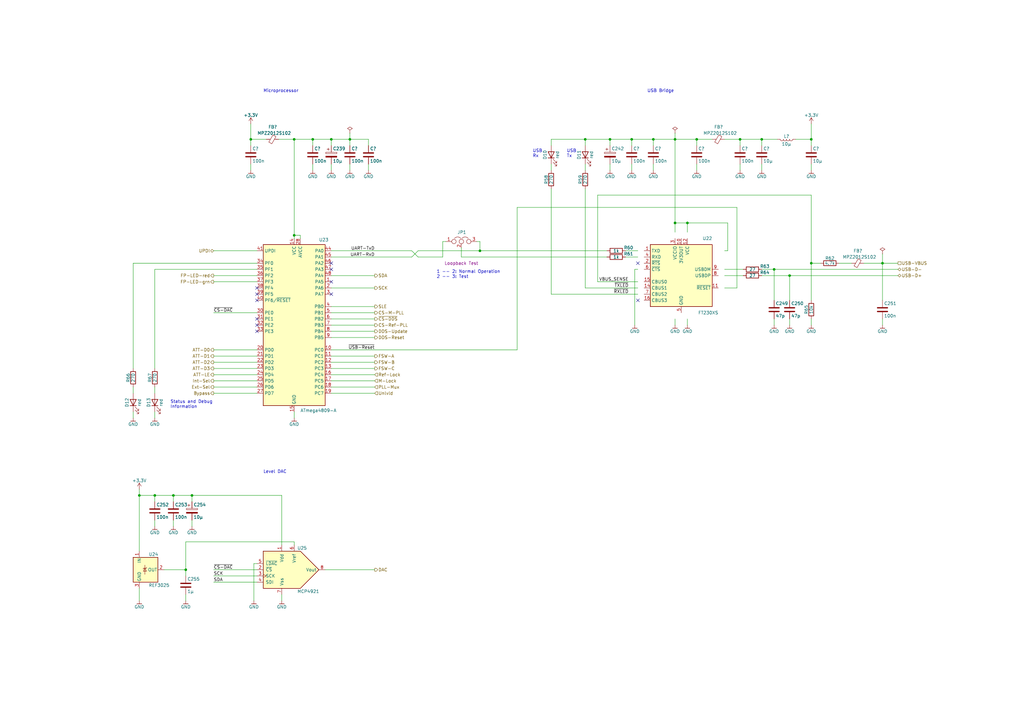
<source format=kicad_sch>
(kicad_sch (version 20250114) (generator "eeschema") (generator_version "9.0")
  (paper "A3")
  (title_block (title "Hauptplatine") (date "16.07.2020") (rev "0") (comment 1 "Hel") (comment 3 "Signalgenerator"))
  (lib_symbols
    (symbol "Analog_DAC:MCP4921" (pin_names (offset 1.016))
      (property "Reference" "U" (at 6.35 10.795 0))
      (property "Value" "MCP4921" (at 6.35 8.89 0))
      (symbol "MCP4921_0_0"
        (polyline (pts (xy 15.24 0) (xy 7.62 7.62) (xy -7.62 7.62) (xy -7.62 -7.62) (xy 7.62 -7.62) (xy 15.24 0)) (stroke (width 0.254)) (fill (type background)))
      )
      (symbol "MCP4921_1_1"
        (pin input line (at -10.16 2.54 0) (length 2.54) (name "~{LDAC}") (number "5"))
        (pin input line (at -10.16 0 0) (length 2.54) (name "~{CS}") (number "2"))
        (pin input clock (at -10.16 -2.54 0) (length 2.54) (name "SCK") (number "3"))
        (pin input line (at -10.16 -5.08 0) (length 2.54) (name "SDI") (number "4"))
        (pin power_in line (at 0 10.16 270) (length 2.54) (name "Vdd") (number "1"))
        (pin power_in line (at 0 -10.16 90) (length 2.54) (name "Vss") (number "7"))
        (pin power_in line (at 5.08 10.16 270) (length 2.54) (name "Vref") (number "6"))
        (pin output line (at 17.78 0 180) (length 2.54) (name "Vout") (number "8"))
      )
    )
    (symbol "Device:C" (pin_numbers (hide yes)) (pin_names (offset 0.254))
      (property "Reference" "C" (at 0.635 2.54 0))
      (property "Value" "C" (at 0.635 -2.54 0))
      (symbol "C_0_1"
        (polyline (pts (xy -2.032 0.762) (xy 2.032 0.762)) (stroke (width 0.508)))
        (polyline (pts (xy -2.032 -0.762) (xy 2.032 -0.762)) (stroke (width 0.508)))
      )
      (symbol "C_1_1"
        (pin passive line (at 0 3.81 270) (length 2.794) (name "~") (number "1"))
        (pin passive line (at 0 -3.81 90) (length 2.794) (name "~") (number "2"))
      )
    )
    (symbol "Device:CP" (pin_numbers (hide yes)) (pin_names (offset 0.254))
      (property "Reference" "C" (at 0.635 2.54 0))
      (property "Value" "Device_CP" (at 0.635 -2.54 0))
      (symbol "CP_0_1"
        (rectangle (start -2.286 0.508) (end 2.286 1.016))
        (polyline (pts (xy -1.778 2.286) (xy -0.762 2.286)))
        (polyline (pts (xy -1.27 2.794) (xy -1.27 1.778)))
        (rectangle (start 2.286 -0.508) (end -2.286 -1.016) (fill (type outline)))
      )
      (symbol "CP_1_1"
        (pin passive line (at 0 3.81 270) (length 2.794) (name "~") (number "1"))
        (pin passive line (at 0 -3.81 90) (length 2.794) (name "~") (number "2"))
      )
    )
    (symbol "Device:Ferrite_Bead_Small" (pin_numbers (hide yes)) (pin_names (offset 0))
      (property "Reference" "FB" (at 1.905 1.27 0))
      (property "Value" "Device_Ferrite_Bead_Small" (at 1.905 -1.27 0))
      (symbol "Ferrite_Bead_Small_0_1"
        (polyline (pts (xy -1.8288 0.2794) (xy -1.1176 1.4986) (xy 1.8288 -0.2032) (xy 1.1176 -1.4224) (xy -1.8288 0.2794)))
        (polyline (pts (xy 0 0.889) (xy 0 1.2954)))
        (polyline (pts (xy 0 -1.27) (xy 0 -0.7874)))
      )
      (symbol "Ferrite_Bead_Small_1_1"
        (pin passive line (at 0 2.54 270) (length 1.27) (name "~") (number "1"))
        (pin passive line (at 0 -2.54 90) (length 1.27) (name "~") (number "2"))
      )
    )
    (symbol "Device:Jumper_NC_Dual" (pin_names (offset 0.762) (hide yes))
      (property "Reference" "JP" (at 1.27 -2.54 0))
      (property "Value" "Device_Jumper_NC_Dual" (at 0 2.54 0))
      (symbol "Jumper_NC_Dual_0_1"
        (circle (center -3.048 0) (radius 0.889))
        (arc (start -2.794 1.27) (mid -1.524 1.8804) (end -0.254 1.27))
        (circle (center 0 0) (radius 0.9144))
        (arc (start 0.254 1.27) (mid 1.524 1.8804) (end 2.794 1.27))
        (circle (center 3.048 0) (radius 0.889))
        (pin passive line (at -6.35 0 0) (length 2.413) (name "1") (number "1"))
        (pin passive line (at 0 -2.54 90) (length 1.524) (name "2") (number "2"))
        (pin passive line (at 6.35 0 180) (length 2.413) (name "3") (number "3"))
      )
    )
    (symbol "Device:L" (pin_numbers (hide yes)) (pin_names (offset 1.016) (hide yes))
      (property "Reference" "L" (at -1.27 0 90))
      (property "Value" "L" (at 1.905 0 90))
      (symbol "L_0_1"
        (arc (start 0 2.54) (mid 0.6323 1.905) (end 0 1.27))
        (arc (start 0 1.27) (mid 0.6323 0.635) (end 0 0))
        (arc (start 0 0) (mid 0.6323 -0.635) (end 0 -1.27))
        (arc (start 0 -1.27) (mid 0.6323 -1.905) (end 0 -2.54))
      )
      (symbol "L_1_1"
        (pin passive line (at 0 3.81 270) (length 1.27) (name "1") (number "1"))
        (pin passive line (at 0 -3.81 90) (length 1.27) (name "2") (number "2"))
      )
    )
    (symbol "Device:LED" (pin_numbers (hide yes)) (pin_names (offset 1.016) (hide yes))
      (property "Reference" "D" (at 0 2.54 0))
      (property "Value" "LED" (at 0 -2.54 0))
      (symbol "LED_0_1"
        (polyline (pts (xy -3.048 -0.762) (xy -4.572 -2.286) (xy -3.81 -2.286) (xy -4.572 -2.286) (xy -4.572 -1.524)))
        (polyline (pts (xy -1.778 -0.762) (xy -3.302 -2.286) (xy -2.54 -2.286) (xy -3.302 -2.286) (xy -3.302 -1.524)))
        (polyline (pts (xy -1.27 0) (xy 1.27 0)))
        (polyline (pts (xy -1.27 -1.27) (xy -1.27 1.27)) (stroke (width 0.254)))
        (polyline (pts (xy 1.27 -1.27) (xy 1.27 1.27) (xy -1.27 0) (xy 1.27 -1.27)) (stroke (width 0.254)))
      )
      (symbol "LED_1_1"
        (pin passive line (at -3.81 0 0) (length 2.54) (name "K") (number "1"))
        (pin passive line (at 3.81 0 180) (length 2.54) (name "A") (number "2"))
      )
    )
    (symbol "Device:R" (pin_numbers (hide yes)) (pin_names (offset 0))
      (property "Reference" "R" (at 2.032 0 90))
      (property "Value" "R" (at 0 0 90))
      (symbol "R_0_1"
        (rectangle (start -1.016 -2.54) (end 1.016 2.54) (stroke (width 0.254)))
      )
      (symbol "R_1_1"
        (pin passive line (at 0 3.81 270) (length 1.27) (name "~") (number "1"))
        (pin passive line (at 0 -3.81 90) (length 1.27) (name "~") (number "2"))
      )
    )
    (symbol "Interface_USB:FT230XS"
      (property "Reference" "U" (at -12.7 13.97 0))
      (property "Value" "FT230XS" (at 5.08 13.97 0))
      (symbol "FT230XS_0_1"
        (rectangle (start -12.7 12.7) (end 12.7 -12.7) (stroke (width 0.254)) (fill (type background)))
      )
      (symbol "FT230XS_1_1"
        (pin bidirectional line (at -15.24 2.54 0) (length 2.54) (name "USBDM") (number "9"))
        (pin bidirectional line (at -15.24 0 0) (length 2.54) (name "USBDP") (number "8"))
        (pin input line (at -15.24 -5.08 0) (length 2.54) (name "~{RESET}") (number "11"))
        (pin power_in line (at -2.54 15.24 270) (length 2.54) (name "VCC") (number "12"))
        (pin power_out line (at 0 15.24 270) (length 2.54) (name "3V3OUT") (number "10"))
        (pin passive line (at 0 -15.24 90) (length 2.54) (hide yes) (name "GND") (number "13"))
        (pin power_in line (at 0 -15.24 90) (length 2.54) (name "GND") (number "5"))
        (pin power_in line (at 2.54 15.24 270) (length 2.54) (name "VCCIO") (number "3"))
        (pin output line (at 15.24 10.16 180) (length 2.54) (name "TXD") (number "1"))
        (pin input line (at 15.24 7.62 180) (length 2.54) (name "RXD") (number "4"))
        (pin output line (at 15.24 5.08 180) (length 2.54) (name "~{RTS}") (number "2"))
        (pin input line (at 15.24 2.54 180) (length 2.54) (name "~{CTS}") (number "6"))
        (pin bidirectional line (at 15.24 -2.54 180) (length 2.54) (name "CBUS0") (number "15"))
        (pin bidirectional line (at 15.24 -5.08 180) (length 2.54) (name "CBUS1") (number "14"))
        (pin bidirectional line (at 15.24 -7.62 180) (length 2.54) (name "CBUS2") (number "7"))
        (pin bidirectional line (at 15.24 -10.16 180) (length 2.54) (name "CBUS3") (number "16"))
      )
    )
    (symbol "MCU_Microchip_ATmega:ATmega4809-A"
      (property "Reference" "U" (at -12.7 34.29 0))
      (property "Value" "ATmega4809-A" (at 2.54 -34.29 0))
      (symbol "ATmega4809-A_0_1"
        (rectangle (start -12.7 -33.02) (end 12.7 33.02) (stroke (width 0.254)) (fill (type background)))
      )
      (symbol "ATmega4809-A_1_1"
        (pin bidirectional line (at -15.24 30.48 0) (length 2.54) (name "UPDI") (number "41"))
        (pin bidirectional line (at -15.24 25.4 0) (length 2.54) (name "PF0") (number "34"))
        (pin bidirectional line (at -15.24 22.86 0) (length 2.54) (name "PF1") (number "35"))
        (pin bidirectional line (at -15.24 20.32 0) (length 2.54) (name "PF2") (number "36"))
        (pin bidirectional line (at -15.24 17.78 0) (length 2.54) (name "PF3") (number "37"))
        (pin bidirectional line (at -15.24 15.24 0) (length 2.54) (name "PF4") (number "38"))
        (pin bidirectional line (at -15.24 12.7 0) (length 2.54) (name "PF5") (number "39"))
        (pin bidirectional line (at -15.24 10.16 0) (length 2.54) (name "PF6/~{RESET}") (number "40"))
        (pin bidirectional line (at -15.24 5.08 0) (length 2.54) (name "PE0") (number "30"))
        (pin bidirectional line (at -15.24 2.54 0) (length 2.54) (name "PE1") (number "31"))
        (pin bidirectional line (at -15.24 0 0) (length 2.54) (name "PE2") (number "32"))
        (pin bidirectional line (at -15.24 -2.54 0) (length 2.54) (name "PE3") (number "33"))
        (pin bidirectional line (at -15.24 -10.16 0) (length 2.54) (name "PD0") (number "20"))
        (pin bidirectional line (at -15.24 -12.7 0) (length 2.54) (name "PD1") (number "21"))
        (pin bidirectional line (at -15.24 -15.24 0) (length 2.54) (name "PD2") (number "22"))
        (pin bidirectional line (at -15.24 -17.78 0) (length 2.54) (name "PD3") (number "23"))
        (pin bidirectional line (at -15.24 -20.32 0) (length 2.54) (name "PD4") (number "24"))
        (pin bidirectional line (at -15.24 -22.86 0) (length 2.54) (name "PD5") (number "25"))
        (pin bidirectional line (at -15.24 -25.4 0) (length 2.54) (name "PD6") (number "26"))
        (pin bidirectional line (at -15.24 -27.94 0) (length 2.54) (name "PD7") (number "27"))
        (pin power_in line (at 0 35.56 270) (length 2.54) (name "VCC") (number "14"))
        (pin passive line (at 0 35.56 270) (length 2.54) (hide yes) (name "VCC") (number "42"))
        (pin power_in line (at 0 -35.56 90) (length 2.54) (name "GND") (number "15"))
        (pin passive line (at 0 -35.56 90) (length 2.54) (hide yes) (name "GND") (number "29"))
        (pin passive line (at 0 -35.56 90) (length 2.54) (hide yes) (name "GND") (number "43"))
        (pin power_in line (at 2.54 35.56 270) (length 2.54) (name "AVCC") (number "28"))
        (pin bidirectional line (at 15.24 30.48 180) (length 2.54) (name "PA0") (number "44"))
        (pin bidirectional line (at 15.24 27.94 180) (length 2.54) (name "PA1") (number "45"))
        (pin bidirectional line (at 15.24 25.4 180) (length 2.54) (name "PA2") (number "46"))
        (pin bidirectional line (at 15.24 22.86 180) (length 2.54) (name "PA3") (number "47"))
        (pin bidirectional line (at 15.24 20.32 180) (length 2.54) (name "PA4") (number "48"))
        (pin bidirectional line (at 15.24 17.78 180) (length 2.54) (name "PA5") (number "1"))
        (pin bidirectional line (at 15.24 15.24 180) (length 2.54) (name "PA6") (number "2"))
        (pin bidirectional line (at 15.24 12.7 180) (length 2.54) (name "PA7") (number "3"))
        (pin bidirectional line (at 15.24 7.62 180) (length 2.54) (name "PB0") (number "4"))
        (pin bidirectional line (at 15.24 5.08 180) (length 2.54) (name "PB1") (number "5"))
        (pin bidirectional line (at 15.24 2.54 180) (length 2.54) (name "PB2") (number "6"))
        (pin bidirectional line (at 15.24 0 180) (length 2.54) (name "PB3") (number "7"))
        (pin bidirectional line (at 15.24 -2.54 180) (length 2.54) (name "PB4") (number "8"))
        (pin bidirectional line (at 15.24 -5.08 180) (length 2.54) (name "PB5") (number "9"))
        (pin bidirectional line (at 15.24 -10.16 180) (length 2.54) (name "PC0") (number "10"))
        (pin bidirectional line (at 15.24 -12.7 180) (length 2.54) (name "PC1") (number "11"))
        (pin bidirectional line (at 15.24 -15.24 180) (length 2.54) (name "PC2") (number "12"))
        (pin bidirectional line (at 15.24 -17.78 180) (length 2.54) (name "PC3") (number "13"))
        (pin bidirectional line (at 15.24 -20.32 180) (length 2.54) (name "PC4") (number "16"))
        (pin bidirectional line (at 15.24 -22.86 180) (length 2.54) (name "PC5") (number "17"))
        (pin bidirectional line (at 15.24 -25.4 180) (length 2.54) (name "PC6") (number "18"))
        (pin bidirectional line (at 15.24 -27.94 180) (length 2.54) (name "PC7") (number "19"))
      )
    )
    (symbol "Reference_Voltage:REF3033" (pin_names (offset 0.254))
      (property "Reference" "U" (at 0 6.35 0))
      (property "Value" "REF3033" (at 2.54 -6.35 0))
      (symbol "REF3033_0_1"
        (rectangle (start -5.08 5.08) (end 5.08 -5.08) (stroke (width 0.254)) (fill (type background)))
        (polyline (pts (xy -0.889 -0.635) (xy 0.381 -0.635) (xy -0.254 0.635) (xy -0.889 -0.635)))
        (polyline (pts (xy -0.254 1.905) (xy -0.254 -1.905)))
        (polyline (pts (xy 0.381 1.016) (xy 0.381 0.635) (xy -0.889 0.635) (xy -0.889 0.254)))
      )
      (symbol "REF3033_1_1"
        (pin power_in line (at -2.54 7.62 270) (length 2.54) (name "IN") (number "1"))
        (pin power_in line (at -2.54 -7.62 90) (length 2.54) (name "GND") (number "3"))
        (pin power_out line (at 7.62 0 180) (length 2.54) (name "OUT") (number "2"))
      )
    )
    (symbol "mario_aux:GND" (power) (pin_names (offset 0))
      (property "Value" "mario_aux_GND" (at 0 -2.54 0))
      (symbol "GND_0_1"
        (polyline (pts (xy 0 -1.27) (xy 0 0)))
        (polyline (pts (xy 1.016 -1.27) (xy -1.016 -1.27)) (stroke (width 0.2032)))
      )
      (symbol "GND_1_1"
        (pin power_in line (at 0 0 90) (length 0) (hide yes) (name "GND") (number "1"))
      )
    )
    (symbol "power:+3.3V" (power) (pin_numbers (hide yes)) (pin_names (offset 0) (hide yes))
      (property "Value" "+3.3V" (at 0 3.556 0))
      (symbol "+3.3V_0_1"
        (polyline (pts (xy -0.762 1.27) (xy 0 2.54)))
        (polyline (pts (xy 0 2.54) (xy 0.762 1.27)))
        (polyline (pts (xy 0 0) (xy 0 2.54)))
      )
      (symbol "+3.3V_1_1"
        (pin power_in line (at 0 0 90) (length 0) (name "~") (number "1"))
      )
    )
    (symbol "power:PWR_FLAG" (power) (pin_numbers (hide yes)) (pin_names (offset 0) (hide yes))
      (property "Value" "PWR_FLAG" (at 0 3.81 0))
      (symbol "PWR_FLAG_0_0"
        (pin power_out line (at 0 0 90) (length 0) (name "~") (number "1"))
      )
      (symbol "PWR_FLAG_0_1"
        (polyline (pts (xy 0 0) (xy 0 1.27) (xy -1.016 1.905) (xy 0 2.54) (xy 1.016 1.905) (xy 0 1.27)))
      )
    )
  )
  (text "1 -- 2: Normal Operation\n2 -- 3: Test" (at 179.07 114.3 0) (effects (font (size 1.27 1.27)) (justify left bottom)))
  (text "Level DAC" (at 107.95 194.31 0) (effects (font (size 1.27 1.27)) (justify left bottom)))
  (text "Status and Debug\nInformation" (at 69.85 167.64 0) (effects (font (size 1.27 1.27)) (justify left bottom)))
  (text "USB\nTx" (at 232.41 64.77 0) (effects (font (size 1.27 1.27)) (justify left bottom)))
  (text "USB\nRx" (at 218.44 64.77 0) (effects (font (size 1.27 1.27)) (justify left bottom)))
  (text "USB Bridge" (at 265.43 38.1 0) (effects (font (size 1.27 1.27)) (justify left bottom)))
  (text "Microprocessor" (at 107.95 38.1 0) (effects (font (size 1.27 1.27)) (justify left bottom)))
  (junction (at 57.15 203.2))
  (junction (at 76.2 233.68))
  (junction (at 332.74 107.95))
  (junction (at 120.65 57.15))
  (junction (at 63.5 203.2))
  (junction (at 281.94 91.44))
  (junction (at 259.08 57.15))
  (junction (at 317.5 110.49))
  (junction (at 102.87 57.15))
  (junction (at 312.42 57.15))
  (junction (at 285.75 57.15))
  (junction (at 78.74 203.2))
  (junction (at 128.27 57.15))
  (junction (at 267.97 57.15))
  (junction (at 276.86 57.15))
  (junction (at 276.86 91.44))
  (junction (at 332.74 57.15))
  (junction (at 361.95 107.95))
  (junction (at 240.03 57.15))
  (junction (at 323.85 113.03))
  (junction (at 250.19 57.15))
  (junction (at 120.65 96.52))
  (junction (at 71.12 203.2))
  (junction (at 143.51 57.15))
  (junction (at 303.53 57.15))
  (junction (at 135.89 57.15))
  (junction (at 196.85 102.87))
  (no_connect (at 105.41 123.19))
  (no_connect (at 105.41 118.11))
  (no_connect (at 261.62 123.19))
  (no_connect (at 135.89 115.57))
  (no_connect (at 105.41 133.35))
  (no_connect (at 261.62 107.95))
  (no_connect (at 135.89 107.95))
  (no_connect (at 105.41 120.65))
  (no_connect (at 135.89 110.49))
  (no_connect (at 105.41 130.81))
  (no_connect (at 105.41 135.89))
  (no_connect (at 135.89 120.65))
  (wire (pts (xy 354.33 107.95) (xy 361.95 107.95)))
  (wire (pts (xy 54.61 158.75) (xy 54.61 161.29)))
  (wire (pts (xy 240.03 69.85) (xy 240.03 67.31)))
  (wire (pts (xy 226.06 120.65) (xy 261.62 120.65)))
  (wire (pts (xy 240.03 77.47) (xy 240.03 118.11)))
  (wire (pts (xy 133.35 233.68) (xy 153.67 233.68)))
  (wire (pts (xy 168.91 105.41) (xy 135.89 105.41)))
  (wire (pts (xy 285.75 57.15) (xy 285.75 59.69)))
  (wire (pts (xy 135.89 146.05) (xy 153.67 146.05)))
  (wire (pts (xy 276.86 91.44) (xy 276.86 95.25)))
  (wire (pts (xy 281.94 91.44) (xy 281.94 95.25)))
  (wire (pts (xy 135.89 67.31) (xy 135.89 69.85)))
  (wire (pts (xy 245.11 80.01) (xy 245.11 115.57)))
  (wire (pts (xy 256.54 102.87) (xy 261.62 102.87)))
  (wire (pts (xy 135.89 102.87) (xy 168.91 102.87)))
  (wire (pts (xy 212.09 85.09) (xy 302.26 85.09)))
  (wire (pts (xy 135.89 113.03) (xy 153.67 113.03)))
  (wire (pts (xy 323.85 130.81) (xy 323.85 133.35)))
  (wire (pts (xy 259.08 57.15) (xy 267.97 57.15)))
  (wire (pts (xy 76.2 233.68) (xy 76.2 222.25)))
  (wire (pts (xy 267.97 67.31) (xy 267.97 69.85)))
  (wire (pts (xy 332.74 107.95) (xy 332.74 123.19)))
  (wire (pts (xy 102.87 57.15) (xy 102.87 59.69)))
  (wire (pts (xy 135.89 130.81) (xy 153.67 130.81)))
  (wire (pts (xy 135.89 156.21) (xy 153.67 156.21)))
  (wire (pts (xy 57.15 203.2) (xy 63.5 203.2)))
  (wire (pts (xy 57.15 241.3) (xy 57.15 246.38)))
  (wire (pts (xy 143.51 57.15) (xy 151.13 57.15)))
  (wire (pts (xy 332.74 50.8) (xy 332.74 57.15)))
  (wire (pts (xy 115.57 203.2) (xy 115.57 223.52)))
  (wire (pts (xy 54.61 107.95) (xy 105.41 107.95)))
  (wire (pts (xy 105.41 110.49) (xy 63.5 110.49)))
  (wire (pts (xy 63.5 110.49) (xy 63.5 151.13)))
  (wire (pts (xy 120.65 168.91) (xy 120.65 171.45)))
  (wire (pts (xy 135.89 153.67) (xy 153.67 153.67)))
  (wire (pts (xy 63.5 203.2) (xy 63.5 205.74)))
  (wire (pts (xy 297.18 57.15) (xy 303.53 57.15)))
  (wire (pts (xy 128.27 57.15) (xy 135.89 57.15)))
  (wire (pts (xy 312.42 57.15) (xy 318.77 57.15)))
  (wire (pts (xy 212.09 85.09) (xy 212.09 143.51)))
  (wire (pts (xy 135.89 143.51) (xy 212.09 143.51)))
  (wire (pts (xy 292.1 57.15) (xy 285.75 57.15)))
  (wire (pts (xy 332.74 80.01) (xy 245.11 80.01)))
  (wire (pts (xy 332.74 130.81) (xy 332.74 133.35)))
  (wire (pts (xy 240.03 118.11) (xy 261.62 118.11)))
  (wire (pts (xy 317.5 130.81) (xy 317.5 133.35)))
  (wire (pts (xy 120.65 57.15) (xy 128.27 57.15)))
  (wire (pts (xy 128.27 57.15) (xy 128.27 59.69)))
  (wire (pts (xy 332.74 57.15) (xy 332.74 59.69)))
  (wire (pts (xy 87.63 233.68) (xy 105.41 233.68)))
  (wire (pts (xy 261.62 110.49) (xy 260.35 110.49)))
  (wire (pts (xy 323.85 113.03) (xy 323.85 123.19)))
  (wire (pts (xy 317.5 110.49) (xy 368.3 110.49)))
  (wire (pts (xy 102.87 50.8) (xy 102.87 57.15)))
  (wire (pts (xy 276.86 54.61) (xy 276.86 57.15)))
  (wire (pts (xy 87.63 148.59) (xy 105.41 148.59)))
  (wire (pts (xy 226.06 77.47) (xy 226.06 120.65)))
  (wire (pts (xy 182.88 99.06) (xy 181.61 99.06)))
  (wire (pts (xy 87.63 115.57) (xy 105.41 115.57)))
  (wire (pts (xy 128.27 67.31) (xy 128.27 69.85)))
  (wire (pts (xy 326.39 57.15) (xy 332.74 57.15)))
  (wire (pts (xy 71.12 203.2) (xy 78.74 203.2)))
  (wire (pts (xy 276.86 57.15) (xy 285.75 57.15)))
  (wire (pts (xy 303.53 57.15) (xy 312.42 57.15)))
  (wire (pts (xy 87.63 102.87) (xy 105.41 102.87)))
  (wire (pts (xy 323.85 113.03) (xy 368.3 113.03)))
  (wire (pts (xy 344.17 107.95) (xy 349.25 107.95)))
  (wire (pts (xy 71.12 203.2) (xy 71.12 205.74)))
  (wire (pts (xy 63.5 203.2) (xy 71.12 203.2)))
  (wire (pts (xy 317.5 123.19) (xy 317.5 110.49)))
  (wire (pts (xy 196.85 102.87) (xy 248.92 102.87)))
  (wire (pts (xy 298.45 91.44) (xy 298.45 102.87)))
  (wire (pts (xy 195.58 99.06) (xy 196.85 99.06)))
  (wire (pts (xy 240.03 57.15) (xy 240.03 59.69)))
  (wire (pts (xy 304.8 110.49) (xy 297.18 110.49)))
  (wire (pts (xy 276.86 91.44) (xy 281.94 91.44)))
  (wire (pts (xy 303.53 57.15) (xy 303.53 59.69)))
  (wire (pts (xy 135.89 57.15) (xy 143.51 57.15)))
  (wire (pts (xy 281.94 130.81) (xy 281.94 133.35)))
  (wire (pts (xy 256.54 105.41) (xy 261.62 105.41)))
  (wire (pts (xy 135.89 138.43) (xy 153.67 138.43)))
  (wire (pts (xy 123.19 97.79) (xy 123.19 96.52)))
  (wire (pts (xy 196.85 99.06) (xy 196.85 102.87)))
  (wire (pts (xy 87.63 158.75) (xy 105.41 158.75)))
  (wire (pts (xy 240.03 57.15) (xy 250.19 57.15)))
  (wire (pts (xy 63.5 213.36) (xy 63.5 215.9)))
  (wire (pts (xy 87.63 156.21) (xy 105.41 156.21)))
  (wire (pts (xy 135.89 118.11) (xy 153.67 118.11)))
  (wire (pts (xy 189.23 105.41) (xy 248.92 105.41)))
  (wire (pts (xy 250.19 67.31) (xy 250.19 69.85)))
  (wire (pts (xy 250.19 57.15) (xy 259.08 57.15)))
  (wire (pts (xy 135.89 125.73) (xy 153.67 125.73)))
  (wire (pts (xy 226.06 57.15) (xy 226.06 59.69)))
  (wire (pts (xy 336.55 107.95) (xy 332.74 107.95)))
  (wire (pts (xy 135.89 158.75) (xy 153.67 158.75)))
  (wire (pts (xy 109.22 57.15) (xy 102.87 57.15)))
  (wire (pts (xy 120.65 96.52) (xy 120.65 97.79)))
  (wire (pts (xy 67.31 233.68) (xy 76.2 233.68)))
  (wire (pts (xy 361.95 107.95) (xy 368.3 107.95)))
  (wire (pts (xy 104.14 231.14) (xy 105.41 231.14)))
  (wire (pts (xy 115.57 243.84) (xy 115.57 246.38)))
  (wire (pts (xy 102.87 67.31) (xy 102.87 69.85)))
  (wire (pts (xy 87.63 143.51) (xy 105.41 143.51)))
  (wire (pts (xy 276.86 130.81) (xy 276.86 133.35)))
  (wire (pts (xy 226.06 57.15) (xy 240.03 57.15)))
  (wire (pts (xy 114.3 57.15) (xy 120.65 57.15)))
  (wire (pts (xy 168.91 102.87) (xy 171.45 105.41)))
  (wire (pts (xy 57.15 203.2) (xy 57.15 226.06)))
  (wire (pts (xy 304.8 113.03) (xy 297.18 113.03)))
  (wire (pts (xy 245.11 115.57) (xy 261.62 115.57)))
  (wire (pts (xy 87.63 153.67) (xy 105.41 153.67)))
  (wire (pts (xy 312.42 110.49) (xy 317.5 110.49)))
  (wire (pts (xy 78.74 203.2) (xy 115.57 203.2)))
  (wire (pts (xy 171.45 102.87) (xy 168.91 105.41)))
  (wire (pts (xy 361.95 130.81) (xy 361.95 133.35)))
  (wire (pts (xy 135.89 128.27) (xy 153.67 128.27)))
  (wire (pts (xy 298.45 102.87) (xy 297.18 102.87)))
  (wire (pts (xy 76.2 233.68) (xy 76.2 236.22)))
  (wire (pts (xy 71.12 213.36) (xy 71.12 215.9)))
  (wire (pts (xy 260.35 110.49) (xy 260.35 133.35)))
  (wire (pts (xy 285.75 67.31) (xy 285.75 69.85)))
  (wire (pts (xy 57.15 200.66) (xy 57.15 203.2)))
  (wire (pts (xy 143.51 67.31) (xy 143.51 69.85)))
  (wire (pts (xy 297.18 118.11) (xy 302.26 118.11)))
  (wire (pts (xy 105.41 161.29) (xy 87.63 161.29)))
  (wire (pts (xy 267.97 57.15) (xy 267.97 59.69)))
  (wire (pts (xy 120.65 222.25) (xy 120.65 223.52)))
  (wire (pts (xy 87.63 236.22) (xy 105.41 236.22)))
  (wire (pts (xy 281.94 91.44) (xy 298.45 91.44)))
  (wire (pts (xy 87.63 151.13) (xy 105.41 151.13)))
  (wire (pts (xy 259.08 59.69) (xy 259.08 57.15)))
  (wire (pts (xy 135.89 59.69) (xy 135.89 57.15)))
  (wire (pts (xy 189.23 105.41) (xy 189.23 101.6)))
  (wire (pts (xy 226.06 69.85) (xy 226.06 67.31)))
  (wire (pts (xy 312.42 67.31) (xy 312.42 69.85)))
  (wire (pts (xy 135.89 133.35) (xy 153.67 133.35)))
  (wire (pts (xy 276.86 57.15) (xy 276.86 91.44)))
  (wire (pts (xy 361.95 123.19) (xy 361.95 107.95)))
  (wire (pts (xy 267.97 57.15) (xy 276.86 57.15)))
  (wire (pts (xy 54.61 168.91) (xy 54.61 171.45)))
  (wire (pts (xy 120.65 57.15) (xy 120.65 96.52)))
  (wire (pts (xy 63.5 168.91) (xy 63.5 171.45)))
  (wire (pts (xy 332.74 107.95) (xy 332.74 80.01)))
  (wire (pts (xy 361.95 107.95) (xy 361.95 104.14)))
  (wire (pts (xy 250.19 59.69) (xy 250.19 57.15)))
  (wire (pts (xy 78.74 203.2) (xy 78.74 205.74)))
  (wire (pts (xy 171.45 105.41) (xy 181.61 105.41)))
  (wire (pts (xy 312.42 113.03) (xy 323.85 113.03)))
  (wire (pts (xy 143.51 57.15) (xy 143.51 59.69)))
  (wire (pts (xy 76.2 243.84) (xy 76.2 246.38)))
  (wire (pts (xy 143.51 54.61) (xy 143.51 57.15)))
  (wire (pts (xy 135.89 151.13) (xy 153.67 151.13)))
  (wire (pts (xy 105.41 113.03) (xy 87.63 113.03)))
  (wire (pts (xy 153.67 135.89) (xy 135.89 135.89)))
  (wire (pts (xy 87.63 238.76) (xy 105.41 238.76)))
  (wire (pts (xy 259.08 67.31) (xy 259.08 69.85)))
  (wire (pts (xy 63.5 158.75) (xy 63.5 161.29)))
  (wire (pts (xy 312.42 59.69) (xy 312.42 57.15)))
  (wire (pts (xy 76.2 222.25) (xy 120.65 222.25)))
  (wire (pts (xy 87.63 146.05) (xy 105.41 146.05)))
  (wire (pts (xy 135.89 148.59) (xy 153.67 148.59)))
  (wire (pts (xy 302.26 85.09) (xy 302.26 118.11)))
  (wire (pts (xy 54.61 151.13) (xy 54.61 107.95)))
  (wire (pts (xy 135.89 161.29) (xy 153.67 161.29)))
  (wire (pts (xy 181.61 105.41) (xy 181.61 99.06)))
  (wire (pts (xy 123.19 96.52) (xy 120.65 96.52)))
  (wire (pts (xy 105.41 128.27) (xy 87.63 128.27)))
  (wire (pts (xy 171.45 102.87) (xy 196.85 102.87)))
  (wire (pts (xy 104.14 231.14) (xy 104.14 246.38)))
  (wire (pts (xy 303.53 67.31) (xy 303.53 69.85)))
  (wire (pts (xy 78.74 213.36) (xy 78.74 215.9)))
  (wire (pts (xy 332.74 67.31) (xy 332.74 69.85)))
  (wire (pts (xy 151.13 67.31) (xy 151.13 69.85)))
  (wire (pts (xy 151.13 57.15) (xy 151.13 59.69)))
  (label "~{TXLED}" (at 257.81 118.11 180))
  (label "~{USB-Reset}" (at 153.67 143.51 180))
  (label "UART-RxD" (at 153.67 105.41 180))
  (label "SDA" (at 87.63 238.76 0))
  (label "SCK" (at 87.63 236.22 0))
  (label "~{RXLED}" (at 257.81 120.65 180))
  (label "~{CS-DAC}" (at 87.63 233.68 0))
  (label "~{CS-DAC}" (at 87.63 128.27 0))
  (label "VBUS_SENSE" (at 257.81 115.57 180))
  (label "UART-TxD" (at 153.67 102.87 180))
  (hierarchical_label "FSW-B" (shape output) (at 153.67 148.59 0))
  (hierarchical_label "Bypass" (shape output) (at 87.63 161.29 180))
  (hierarchical_label "USB-D+" (shape bidirectional) (at 368.3 113.03 0))
  (hierarchical_label "CS-Ref-PLL" (shape output) (at 153.67 133.35 0))
  (hierarchical_label "Ext-Sel" (shape output) (at 87.63 158.75 180))
  (hierarchical_label "SLE" (shape output) (at 153.67 125.73 0))
  (hierarchical_label "Unlvld" (shape input) (at 153.67 161.29 0))
  (hierarchical_label "USB-VBUS" (shape passive) (at 368.3 107.95 0))
  (hierarchical_label "~{CS-DDS}" (shape output) (at 153.67 130.81 0))
  (hierarchical_label "DDS-Update" (shape output) (at 153.67 135.89 0))
  (hierarchical_label "SDA" (shape output) (at 153.67 113.03 0))
  (hierarchical_label "UPDI" (shape bidirectional) (at 87.63 102.87 180))
  (hierarchical_label "FP-LED-red" (shape output) (at 87.63 113.03 180))
  (hierarchical_label "DAC" (shape output) (at 153.67 233.68 0))
  (hierarchical_label "SCK" (shape output) (at 153.67 118.11 0))
  (hierarchical_label "PLL-Mux" (shape input) (at 153.67 158.75 0))
  (hierarchical_label "ATT-D0" (shape output) (at 87.63 143.51 180))
  (hierarchical_label "ATT-D3" (shape output) (at 87.63 151.13 180))
  (hierarchical_label "ATT-D2" (shape output) (at 87.63 148.59 180))
  (hierarchical_label "M-Lock" (shape input) (at 153.67 156.21 0))
  (hierarchical_label "FSW-C" (shape output) (at 153.67 151.13 0))
  (hierarchical_label "FP-LED-grn" (shape output) (at 87.63 115.57 180))
  (hierarchical_label "FSW-A" (shape output) (at 153.67 146.05 0))
  (hierarchical_label "DDS-Reset" (shape output) (at 153.67 138.43 0))
  (hierarchical_label "Int-Sel" (shape output) (at 87.63 156.21 180))
  (hierarchical_label "ATT-LE" (shape output) (at 87.63 153.67 180))
  (hierarchical_label "CS-M-PLL" (shape output) (at 153.67 128.27 0))
  (hierarchical_label "ATT-D1" (shape output) (at 87.63 146.05 180))
  (hierarchical_label "Ref-Lock" (shape input) (at 153.67 153.67 0))
  (hierarchical_label "USB-D-" (shape bidirectional) (at 368.3 110.49 0))
  (symbol (lib_id "power:+3.3V") (at 102.87 50.8 0) (unit 1)
    (property "Reference" "#PWR032" (effects (hide yes)))
    (property "Value" "+3.3V" (at 102.87 47.244 0))
    (instances (project "" (path "" (reference "#PWR?") (unit 1)) (path "" (reference "#PWR032") (unit 1))))
  )
  (symbol (lib_id "Device:C") (at 128.27 63.5 0) (unit 1)
    (property "Reference" "C238" (at 128.905 60.96 0) (effects (justify left)))
    (property "Value" "100n" (at 128.905 66.04 0) (effects (justify left)))
    (property "Footprint" "Capacitor_SMD:C_0805_2012Metric" (effects (hide yes)))
    (instances (project "" (path "" (reference "C?") (unit 1)) (path "" (reference "C238") (unit 1))))
  )
  (symbol (lib_id "Device:Ferrite_Bead_Small") (at 111.76 57.15 90) (unit 1)
    (property "Reference" "FB52" (at 113.665 52.07 90) (effects (justify left)))
    (property "Value" "MPZ2012S102" (at 119.38 54.61 90) (effects (justify left)))
    (property "Footprint" "Inductor_SMD:L_0805_2012Metric" (effects (hide yes)))
    (instances (project "" (path "" (reference "FB?") (unit 1)) (path "" (reference "FB52") (unit 1))))
  )
  (symbol (lib_id "Device:C") (at 102.87 63.5 0) (unit 1)
    (property "Reference" "C237" (at 103.505 60.96 0) (effects (justify left)))
    (property "Value" "100n" (at 103.505 66.04 0) (effects (justify left)))
    (property "Footprint" "Capacitor_SMD:C_0805_2012Metric" (effects (hide yes)))
    (instances (project "" (path "" (reference "C?") (unit 1)) (path "" (reference "C237") (unit 1))))
  )
  (symbol (lib_id "Device:C") (at 143.51 63.5 0) (unit 1)
    (property "Reference" "C240" (at 144.145 60.96 0) (effects (justify left)))
    (property "Value" "100n" (at 144.145 66.04 0) (effects (justify left)))
    (property "Footprint" "Capacitor_SMD:C_0603_1608Metric" (effects (hide yes)))
    (instances (project "" (path "" (reference "C?") (unit 1)) (path "" (reference "C240") (unit 1))))
  )
  (symbol (lib_id "Device:C") (at 151.13 63.5 0) (unit 1)
    (property "Reference" "C241" (at 151.765 60.96 0) (effects (justify left)))
    (property "Value" "100n" (at 151.765 66.04 0) (effects (justify left)))
    (property "Footprint" "Capacitor_SMD:C_0603_1608Metric" (effects (hide yes)))
    (instances (project "" (path "" (reference "C?") (unit 1)) (path "" (reference "C241") (unit 1))))
  )
  (symbol (lib_id "mario_aux:GND") (at 102.87 69.85 0) (unit 1)
    (property "Reference" "#GND0241" (effects (hide yes)))
    (property "Value" "GND" (at 102.87 72.39 0))
    (instances (project "" (path "" (reference "#GND?") (unit 1)) (path "" (reference "#GND0241") (unit 1))))
  )
  (symbol (lib_id "mario_aux:GND") (at 128.27 69.85 0) (unit 1)
    (property "Reference" "#GND0242" (effects (hide yes)))
    (property "Value" "GND" (at 128.27 72.39 0))
    (instances (project "" (path "" (reference "#GND?") (unit 1)) (path "" (reference "#GND0242") (unit 1))))
  )
  (symbol (lib_id "mario_aux:GND") (at 143.51 69.85 0) (unit 1)
    (property "Reference" "#GND0244" (effects (hide yes)))
    (property "Value" "GND" (at 143.51 72.39 0))
    (instances (project "" (path "" (reference "#GND?") (unit 1)) (path "" (reference "#GND0244") (unit 1))))
  )
  (symbol (lib_id "mario_aux:GND") (at 151.13 69.85 0) (unit 1)
    (property "Reference" "#GND0245" (effects (hide yes)))
    (property "Value" "GND" (at 151.13 72.39 0))
    (instances (project "" (path "" (reference "#GND?") (unit 1)) (path "" (reference "#GND0245") (unit 1))))
  )
  (symbol (lib_id "mario_aux:GND") (at 120.65 171.45 0) (unit 1)
    (property "Reference" "#GND0262" (effects (hide yes)))
    (property "Value" "GND" (at 120.65 173.99 0))
    (instances (project "" (path "" (reference "#GND?") (unit 1)) (path "" (reference "#GND0262") (unit 1))))
  )
  (symbol (lib_id "Interface_USB:FT230XS") (at 279.4 113.03 0) (mirror y) (unit 1)
    (property "Reference" "U22" (at 292.1 97.79 0) (effects (justify left)))
    (property "Value" "FT230XS" (at 294.64 128.27 0) (effects (justify left)))
    (property "Footprint" "Package_SO:SSOP-16_3.9x4.9mm_P0.635mm" (effects (hide yes)))
    (property "Datasheet" "http://www.ftdichip.com/Products/ICs/FT230X.html" (effects (hide yes)))
  )
  (symbol (lib_id "mario_aux:GND") (at 276.86 133.35 0) (unit 1)
    (property "Reference" "#GND0254" (effects (hide yes)))
    (property "Value" "GND" (at 276.86 135.89 0))
    (instances (project "" (path "" (reference "#GND?") (unit 1)) (path "" (reference "#GND0254") (unit 1))))
  )
  (symbol (lib_id "mario_aux:GND") (at 281.94 133.35 0) (unit 1)
    (property "Reference" "#GND0255" (effects (hide yes)))
    (property "Value" "GND" (at 281.94 135.89 0))
    (instances (project "" (path "" (reference "#GND?") (unit 1)) (path "" (reference "#GND0255") (unit 1))))
  )
  (symbol (lib_id "Device:R") (at 252.73 102.87 90) (unit 1)
    (property "Reference" "R60" (at 257.81 101.6 90))
    (property "Value" "1k" (at 252.73 102.87 90))
    (property "Footprint" "Resistor_SMD:R_0805_2012Metric" (effects (hide yes)))
  )
  (symbol (lib_id "Device:R") (at 252.73 105.41 270) (unit 1)
    (property "Reference" "R61" (at 257.81 104.14 90))
    (property "Value" "1k" (at 252.73 105.41 90))
    (property "Footprint" "Resistor_SMD:R_0805_2012Metric" (effects (hide yes)))
  )
  (symbol (lib_id "Device:R") (at 308.61 110.49 90) (unit 1)
    (property "Reference" "R63" (at 313.69 109.22 90))
    (property "Value" "27" (at 308.61 110.49 90))
    (property "Footprint" "Resistor_SMD:R_0805_2012Metric" (effects (hide yes)))
  )
  (symbol (lib_id "Device:R") (at 308.61 113.03 270) (unit 1)
    (property "Reference" "R64" (at 313.69 111.76 90))
    (property "Value" "27" (at 308.61 113.03 90))
    (property "Footprint" "Resistor_SMD:R_0805_2012Metric" (effects (hide yes)))
  )
  (symbol (lib_id "Device:C") (at 317.5 127 0) (unit 1)
    (property "Reference" "C249" (at 318.135 124.46 0) (effects (justify left)))
    (property "Value" "47p" (at 318.135 129.54 0) (effects (justify left)))
    (property "Footprint" "Capacitor_SMD:C_0805_2012Metric" (effects (hide yes)))
  )
  (symbol (lib_id "Device:C") (at 323.85 127 0) (unit 1)
    (property "Reference" "C250" (at 324.485 124.46 0) (effects (justify left)))
    (property "Value" "47p" (at 324.485 129.54 0) (effects (justify left)))
    (property "Footprint" "Capacitor_SMD:C_0805_2012Metric" (effects (hide yes)))
  )
  (symbol (lib_id "mario_aux:GND") (at 317.5 133.35 0) (unit 1)
    (property "Reference" "#GND0256" (effects (hide yes)))
    (property "Value" "GND" (at 317.5 135.89 0))
    (instances (project "" (path "" (reference "#GND?") (unit 1)) (path "" (reference "#GND0256") (unit 1))))
  )
  (symbol (lib_id "mario_aux:GND") (at 323.85 133.35 0) (unit 1)
    (property "Reference" "#GND0257" (effects (hide yes)))
    (property "Value" "GND" (at 323.85 135.89 0))
    (instances (project "" (path "" (reference "#GND?") (unit 1)) (path "" (reference "#GND0257") (unit 1))))
  )
  (symbol (lib_id "Device:R") (at 340.36 107.95 90) (unit 1)
    (property "Reference" "R62" (at 340.36 105.918 90))
    (property "Value" "4.7k" (at 340.36 107.95 90))
    (property "Footprint" "Resistor_SMD:R_0805_2012Metric" (effects (hide yes)))
  )
  (symbol (lib_id "Device:R") (at 332.74 127 180) (unit 1)
    (property "Reference" "R65" (at 330.708 127 90))
    (property "Value" "10k" (at 332.74 127 90))
    (property "Footprint" "Resistor_SMD:R_0805_2012Metric" (effects (hide yes)))
  )
  (symbol (lib_id "mario_aux:GND") (at 332.74 133.35 0) (unit 1)
    (property "Reference" "#GND0258" (effects (hide yes)))
    (property "Value" "GND" (at 332.74 135.89 0))
    (instances (project "" (path "" (reference "#GND?") (unit 1)) (path "" (reference "#GND0258") (unit 1))))
  )
  (symbol (lib_id "power:+3.3V") (at 332.74 50.8 0) (unit 1)
    (property "Reference" "#PWR033" (effects (hide yes)))
    (property "Value" "+3.3V" (at 332.74 47.244 0))
    (instances (project "" (path "" (reference "#PWR?") (unit 1)) (path "" (reference "#PWR033") (unit 1))))
  )
  (symbol (lib_id "Device:C") (at 267.97 63.5 0) (unit 1)
    (property "Reference" "C244" (at 268.605 60.96 0) (effects (justify left)))
    (property "Value" "100n" (at 268.605 66.04 0) (effects (justify left)))
    (property "Footprint" "Capacitor_SMD:C_0805_2012Metric" (effects (hide yes)))
    (instances (project "" (path "" (reference "C?") (unit 1)) (path "" (reference "C244") (unit 1))))
  )
  (symbol (lib_id "Device:Ferrite_Bead_Small") (at 294.64 57.15 90) (unit 1)
    (property "Reference" "FB53" (at 296.545 52.07 90) (effects (justify left)))
    (property "Value" "MPZ2012S102" (at 302.26 54.61 90) (effects (justify left)))
    (property "Footprint" "Inductor_SMD:L_0805_2012Metric" (effects (hide yes)))
    (instances (project "" (path "" (reference "FB?") (unit 1)) (path "" (reference "FB53") (unit 1))))
  )
  (symbol (lib_id "Device:C") (at 332.74 63.5 0) (unit 1)
    (property "Reference" "C248" (at 333.375 60.96 0) (effects (justify left)))
    (property "Value" "10µ" (at 333.375 66.04 0) (effects (justify left)))
    (property "Footprint" "Capacitor_SMD:C_0805_2012Metric" (effects (hide yes)))
    (instances (project "" (path "" (reference "C?") (unit 1)) (path "" (reference "C248") (unit 1))))
  )
  (symbol (lib_id "Device:C") (at 285.75 63.5 0) (unit 1)
    (property "Reference" "C245" (at 286.385 60.96 0) (effects (justify left)))
    (property "Value" "100n" (at 286.385 66.04 0) (effects (justify left)))
    (property "Footprint" "Capacitor_SMD:C_0805_2012Metric" (effects (hide yes)))
    (instances (project "" (path "" (reference "C?") (unit 1)) (path "" (reference "C245") (unit 1))))
  )
  (symbol (lib_id "mario_aux:GND") (at 332.74 69.85 0) (unit 1)
    (property "Reference" "#GND0252" (effects (hide yes)))
    (property "Value" "GND" (at 332.74 72.39 0))
    (instances (project "" (path "" (reference "#GND?") (unit 1)) (path "" (reference "#GND0252") (unit 1))))
  )
  (symbol (lib_id "mario_aux:GND") (at 267.97 69.85 0) (unit 1)
    (property "Reference" "#GND0248" (effects (hide yes)))
    (property "Value" "GND" (at 267.97 72.39 0))
    (instances (project "" (path "" (reference "#GND?") (unit 1)) (path "" (reference "#GND0248") (unit 1))))
  )
  (symbol (lib_id "mario_aux:GND") (at 285.75 69.85 0) (unit 1)
    (property "Reference" "#GND0249" (effects (hide yes)))
    (property "Value" "GND" (at 285.75 72.39 0))
    (instances (project "" (path "" (reference "#GND?") (unit 1)) (path "" (reference "#GND0249") (unit 1))))
  )
  (symbol (lib_id "Device:R") (at 226.06 73.66 180) (unit 1)
    (property "Reference" "R58" (at 224.028 73.66 90))
    (property "Value" "270" (at 226.06 73.66 90))
    (property "Footprint" "Resistor_SMD:R_0805_2012Metric" (effects (hide yes)))
    (instances (project "" (path "" (reference "R58") (unit 1)) (path "" (reference "R?") (unit 1))))
  )
  (symbol (lib_id "Device:LED") (at 226.06 63.5 90) (unit 1)
    (property "Reference" "D10" (at 223.52 63.5 0))
    (property "Value" "red" (at 228.6 63.5 0))
    (property "Footprint" "LED_SMD:LED_0805_2012Metric" (effects (hide yes)))
    (instances (project "" (path "" (reference "D10") (unit 1)) (path "" (reference "D?") (unit 1))))
  )
  (symbol (lib_id "Device:R") (at 240.03 73.66 180) (unit 1)
    (property "Reference" "R59" (at 237.998 73.66 90))
    (property "Value" "270" (at 240.03 73.66 90))
    (property "Footprint" "Resistor_SMD:R_0805_2012Metric" (effects (hide yes)))
    (instances (project "" (path "" (reference "R59") (unit 1)) (path "" (reference "R?") (unit 1))))
  )
  (symbol (lib_id "Device:LED") (at 240.03 63.5 90) (unit 1)
    (property "Reference" "D11" (at 237.49 63.5 0))
    (property "Value" "red" (at 242.57 63.5 0))
    (property "Footprint" "LED_SMD:LED_0805_2012Metric" (effects (hide yes)))
    (instances (project "" (path "" (reference "D11") (unit 1)) (path "" (reference "D?") (unit 1))))
  )
  (symbol (lib_id "mario_aux:GND") (at 260.35 133.35 0) (unit 1)
    (property "Reference" "#GND0253" (effects (hide yes)))
    (property "Value" "GND" (at 260.35 135.89 0))
    (instances (project "" (path "" (reference "#GND?") (unit 1)) (path "" (reference "#GND0253") (unit 1))))
  )
  (symbol (lib_id "Analog_DAC:MCP4921") (at 115.57 233.68 0) (unit 1)
    (property "Reference" "U25" (at 121.92 224.79 0) (effects (justify left)))
    (property "Value" "MCP4921" (at 121.92 242.57 0) (effects (justify left)))
    (property "Footprint" "Package_SO:SOIC-8_3.9x4.9mm_P1.27mm" (effects (hide yes)))
    (property "Datasheet" "http://ww1.microchip.com/downloads/en/DeviceDoc/22248a.pdf" (effects (hide yes)))
  )
  (symbol (lib_id "mario_aux:GND") (at 115.57 246.38 0) (unit 1)
    (property "Reference" "#GND0269" (effects (hide yes)))
    (property "Value" "GND" (at 115.57 248.92 0))
    (instances (project "" (path "" (reference "#GND?") (unit 1)) (path "" (reference "#GND0269") (unit 1))))
  )
  (symbol (lib_id "mario_aux:GND") (at 104.14 246.38 0) (unit 1)
    (property "Reference" "#GND0268" (effects (hide yes)))
    (property "Value" "GND" (at 104.14 248.92 0))
    (instances (project "" (path "" (reference "#GND?") (unit 1)) (path "" (reference "#GND0268") (unit 1))))
  )
  (symbol (lib_id "Device:Jumper_NC_Dual") (at 189.23 99.06 0) (unit 1)
    (property "Reference" "JP1" (at 187.579 95.25 0) (effects (justify left)))
    (property "Value" "Jumper-3" (effects (hide yes)))
    (property "Footprint" "Connector_PinHeader_2.54mm:PinHeader_1x03_P2.54mm_Vertical" (effects (hide yes)))
    (property "Function" "Loopback Test" (at 189.23 107.95 0))
  )
  (symbol (lib_id "Reference_Voltage:REF3033") (at 59.69 233.68 0) (unit 1)
    (property "Reference" "U24" (at 60.96 227.33 0) (effects (justify left)))
    (property "Value" "REF3025" (at 60.96 240.03 0) (effects (justify left)))
    (property "Footprint" "Package_TO_SOT_SMD:SOT-23" (effects (hide yes)))
    (property "Datasheet" "http://www.ti.com/lit/ds/symlink/ref3033.pdf" (effects (hide yes)))
  )
  (symbol (lib_id "mario_aux:GND") (at 57.15 246.38 0) (unit 1)
    (property "Reference" "#GND0266" (effects (hide yes)))
    (property "Value" "GND" (at 57.15 248.92 0))
    (instances (project "" (path "" (reference "#GND?") (unit 1)) (path "" (reference "#GND0266") (unit 1))))
  )
  (symbol (lib_id "Device:C") (at 76.2 240.03 0) (unit 1)
    (property "Reference" "C255" (at 76.835 237.49 0) (effects (justify left)))
    (property "Value" "1µ" (at 76.835 242.57 0) (effects (justify left)))
    (property "Footprint" "Capacitor_SMD:C_0805_2012Metric" (effects (hide yes)))
  )
  (symbol (lib_id "mario_aux:GND") (at 76.2 246.38 0) (unit 1)
    (property "Reference" "#GND0267" (effects (hide yes)))
    (property "Value" "GND" (at 76.2 248.92 0))
    (instances (project "" (path "" (reference "#GND?") (unit 1)) (path "" (reference "#GND0267") (unit 1))))
  )
  (symbol (lib_id "Device:C") (at 63.5 209.55 0) (unit 1)
    (property "Reference" "C252" (at 64.135 207.01 0) (effects (justify left)))
    (property "Value" "100n" (at 64.135 212.09 0) (effects (justify left)))
    (property "Footprint" "Capacitor_SMD:C_0805_2012Metric" (effects (hide yes)))
  )
  (symbol (lib_id "Device:C") (at 71.12 209.55 0) (unit 1)
    (property "Reference" "C253" (at 71.755 207.01 0) (effects (justify left)))
    (property "Value" "100n" (at 71.755 212.09 0) (effects (justify left)))
    (property "Footprint" "Capacitor_SMD:C_0805_2012Metric" (effects (hide yes)))
  )
  (symbol (lib_id "Device:CP") (at 78.74 209.55 0) (unit 1)
    (property "Reference" "C254" (at 79.375 207.01 0) (effects (justify left)))
    (property "Value" "10µ" (at 79.375 212.09 0) (effects (justify left)))
    (property "Footprint" "Capacitor_Tantalum_SMD:CP_EIA-3528-21_Kemet-B" (effects (hide yes)))
  )
  (symbol (lib_id "Device:C") (at 361.95 127 0) (unit 1)
    (property "Reference" "C251" (at 362.585 124.46 0) (effects (justify left)))
    (property "Value" "100n" (at 362.585 129.54 0) (effects (justify left)))
    (property "Footprint" "Capacitor_SMD:C_0805_2012Metric" (effects (hide yes)))
  )
  (symbol (lib_id "mario_aux:GND") (at 361.95 133.35 0) (unit 1)
    (property "Reference" "#GND0259" (effects (hide yes)))
    (property "Value" "GND" (at 361.95 135.89 0))
    (instances (project "" (path "" (reference "#GND?") (unit 1)) (path "" (reference "#GND0259") (unit 1))))
  )
  (symbol (lib_id "mario_aux:GND") (at 63.5 215.9 0) (unit 1)
    (property "Reference" "#GND0263" (effects (hide yes)))
    (property "Value" "GND" (at 63.5 218.44 0))
    (instances (project "" (path "" (reference "#GND?") (unit 1)) (path "" (reference "#GND0263") (unit 1))))
  )
  (symbol (lib_id "Device:Ferrite_Bead_Small") (at 351.79 107.95 90) (unit 1)
    (property "Reference" "FB54" (at 353.695 102.87 90) (effects (justify left)))
    (property "Value" "MPZ2012S102" (at 359.41 105.41 90) (effects (justify left)))
    (property "Footprint" "Inductor_SMD:L_0805_2012Metric" (effects (hide yes)))
    (instances (project "" (path "" (reference "FB?") (unit 1)) (path "" (reference "FB54") (unit 1))))
  )
  (symbol (lib_id "mario_aux:GND") (at 71.12 215.9 0) (unit 1)
    (property "Reference" "#GND0264" (effects (hide yes)))
    (property "Value" "GND" (at 71.12 218.44 0))
    (instances (project "" (path "" (reference "#GND?") (unit 1)) (path "" (reference "#GND0264") (unit 1))))
  )
  (symbol (lib_id "mario_aux:GND") (at 78.74 215.9 0) (unit 1)
    (property "Reference" "#GND0265" (effects (hide yes)))
    (property "Value" "GND" (at 78.74 218.44 0))
    (instances (project "" (path "" (reference "#GND?") (unit 1)) (path "" (reference "#GND0265") (unit 1))))
  )
  (symbol (lib_id "power:PWR_FLAG") (at 276.86 54.61 0) (unit 1)
    (property "Reference" "#FLG023" (effects (hide yes)))
    (property "Value" "PWR_FLAG" (effects (hide yes)))
    (instances (project "" (path "" (reference "#FLG?") (unit 1)) (path "" (reference "#FLG023") (unit 1))))
  )
  (symbol (lib_id "power:PWR_FLAG") (at 143.51 54.61 0) (unit 1)
    (property "Reference" "#FLG022" (effects (hide yes)))
    (property "Value" "PWR_FLAG" (effects (hide yes)))
    (instances (project "" (path "" (reference "#FLG?") (unit 1)) (path "" (reference "#FLG022") (unit 1))))
  )
  (symbol (lib_id "Device:R") (at 54.61 154.94 180) (unit 1)
    (property "Reference" "R66" (at 52.578 154.94 90))
    (property "Value" "270" (at 54.61 154.94 90))
    (property "Footprint" "Resistor_SMD:R_0805_2012Metric" (effects (hide yes)))
  )
  (symbol (lib_id "Device:LED") (at 54.61 165.1 90) (unit 1)
    (property "Reference" "D12" (at 52.07 165.1 0))
    (property "Value" "red" (at 57.15 165.1 0))
    (property "Footprint" "LED_SMD:LED_0805_2012Metric" (effects (hide yes)))
  )
  (symbol (lib_id "Device:R") (at 63.5 154.94 180) (unit 1)
    (property "Reference" "R67" (at 61.468 154.94 90))
    (property "Value" "270" (at 63.5 154.94 90))
    (property "Footprint" "Resistor_SMD:R_0805_2012Metric" (effects (hide yes)))
  )
  (symbol (lib_id "Device:LED") (at 63.5 165.1 90) (unit 1)
    (property "Reference" "D13" (at 60.96 165.1 0))
    (property "Value" "red" (at 66.04 165.1 0))
    (property "Footprint" "LED_SMD:LED_0805_2012Metric" (effects (hide yes)))
  )
  (symbol (lib_id "mario_aux:GND") (at 63.5 171.45 0) (unit 1)
    (property "Reference" "#GND0261" (effects (hide yes)))
    (property "Value" "GND" (at 63.5 173.99 0))
    (instances (project "" (path "" (reference "#GND?") (unit 1)) (path "" (reference "#GND0261") (unit 1))))
  )
  (symbol (lib_id "mario_aux:GND") (at 54.61 171.45 0) (unit 1)
    (property "Reference" "#GND0260" (effects (hide yes)))
    (property "Value" "GND" (at 54.61 173.99 0))
    (instances (project "" (path "" (reference "#GND?") (unit 1)) (path "" (reference "#GND0260") (unit 1))))
  )
  (symbol (lib_id "MCU_Microchip_ATmega:ATmega4809-A") (at 120.65 133.35 0) (unit 1)
    (property "Reference" "U23" (at 130.81 99.06 0) (effects (justify left bottom)))
    (property "Value" "ATmega4809-A" (at 123.19 167.64 0) (effects (justify left top)))
    (property "Footprint" "Package_QFP:TQFP-48_7x7mm_P0.5mm" (effects (hide yes)))
    (property "Datasheet" "http://ww1.microchip.com/downloads/en/DeviceDoc/40002016A.pdf" (effects (hide yes)))
  )
  (symbol (lib_id "power:PWR_FLAG") (at 361.95 104.14 0) (unit 1)
    (property "Reference" "#FLG024" (effects (hide yes)))
    (property "Value" "PWR_FLAG" (effects (hide yes)))
    (instances (project "" (path "" (reference "#FLG?") (unit 1)) (path "" (reference "#FLG024") (unit 1))))
  )
  (symbol (lib_id "power:+3.3V") (at 57.15 200.66 0) (unit 1)
    (property "Reference" "#PWR034" (effects (hide yes)))
    (property "Value" "+3.3V" (at 57.15 197.104 0))
    (instances (project "" (path "" (reference "#PWR?") (unit 1)) (path "" (reference "#PWR034") (unit 1))))
  )
  (symbol (lib_id "Device:CP") (at 135.89 63.5 0) (unit 1)
    (property "Reference" "C239" (at 136.525 60.96 0) (effects (justify left)))
    (property "Value" "10µ" (at 136.525 66.04 0) (effects (justify left)))
    (property "Footprint" "Capacitor_Tantalum_SMD:CP_EIA-3528-21_Kemet-B" (effects (hide yes)))
    (instances (project "" (path "" (reference "C239") (unit 1)) (path "" (reference "C?") (unit 1))))
  )
  (symbol (lib_id "mario_aux:GND") (at 135.89 69.85 0) (unit 1)
    (property "Reference" "#GND0243" (effects (hide yes)))
    (property "Value" "GND" (at 135.89 72.39 0))
    (instances (project "" (path "" (reference "#GND?") (unit 1)) (path "" (reference "#GND0243") (unit 1))))
  )
  (symbol (lib_id "Device:CP") (at 250.19 63.5 0) (unit 1)
    (property "Reference" "C242" (at 250.825 60.96 0) (effects (justify left)))
    (property "Value" "10µ" (at 250.825 66.04 0) (effects (justify left)))
    (property "Footprint" "Capacitor_Tantalum_SMD:CP_EIA-3528-21_Kemet-B" (effects (hide yes)))
    (instances (project "" (path "" (reference "C242") (unit 1)) (path "" (reference "C?") (unit 1))))
  )
  (symbol (lib_id "mario_aux:GND") (at 250.19 69.85 0) (unit 1)
    (property "Reference" "#GND0246" (effects (hide yes)))
    (property "Value" "GND" (at 250.19 72.39 0))
    (instances (project "" (path "" (reference "#GND?") (unit 1)) (path "" (reference "#GND0246") (unit 1))))
  )
  (symbol (lib_id "Device:C") (at 259.08 63.5 0) (unit 1)
    (property "Reference" "C243" (at 259.715 60.96 0) (effects (justify left)))
    (property "Value" "100n" (at 259.715 66.04 0) (effects (justify left)))
    (property "Footprint" "Capacitor_SMD:C_0805_2012Metric" (effects (hide yes)))
    (instances (project "" (path "" (reference "C?") (unit 1)) (path "" (reference "C243") (unit 1))))
  )
  (symbol (lib_id "mario_aux:GND") (at 259.08 69.85 0) (unit 1)
    (property "Reference" "#GND0247" (effects (hide yes)))
    (property "Value" "GND" (at 259.08 72.39 0))
    (instances (project "" (path "" (reference "#GND?") (unit 1)) (path "" (reference "#GND0247") (unit 1))))
  )
  (symbol (lib_id "Device:L") (at 322.58 57.15 270) (unit 1)
    (property "Reference" "L34" (at 322.58 55.88 90))
    (property "Value" "10µ" (at 322.58 59.055 90))
    (property "Footprint" "Inductor_SMD:L_0805_2012Metric" (effects (hide yes)))
    (instances (project "" (path "" (reference "L?") (unit 1)) (path "" (reference "L34") (unit 1))))
  )
  (symbol (lib_id "Device:C") (at 312.42 63.5 0) (unit 1)
    (property "Reference" "C247" (at 313.055 60.96 0) (effects (justify left)))
    (property "Value" "10µ" (at 313.055 66.04 0) (effects (justify left)))
    (property "Footprint" "Capacitor_SMD:C_0805_2012Metric" (effects (hide yes)))
    (instances (project "" (path "" (reference "C?") (unit 1)) (path "" (reference "C247") (unit 1))))
  )
  (symbol (lib_id "mario_aux:GND") (at 312.42 69.85 0) (unit 1)
    (property "Reference" "#GND0251" (effects (hide yes)))
    (property "Value" "GND" (at 312.42 72.39 0))
    (instances (project "" (path "" (reference "#GND?") (unit 1)) (path "" (reference "#GND0251") (unit 1))))
  )
  (symbol (lib_id "Device:C") (at 303.53 63.5 0) (unit 1)
    (property "Reference" "C246" (at 304.165 60.96 0) (effects (justify left)))
    (property "Value" "100n" (at 304.165 66.04 0) (effects (justify left)))
    (property "Footprint" "Capacitor_SMD:C_0805_2012Metric" (effects (hide yes)))
    (instances (project "" (path "" (reference "C?") (unit 1)) (path "" (reference "C246") (unit 1))))
  )
  (symbol (lib_id "mario_aux:GND") (at 303.53 69.85 0) (unit 1)
    (property "Reference" "#GND0250" (effects (hide yes)))
    (property "Value" "GND" (at 303.53 72.39 0))
    (instances (project "" (path "" (reference "#GND?") (unit 1)) (path "" (reference "#GND0250") (unit 1))))
  )
)
</source>
